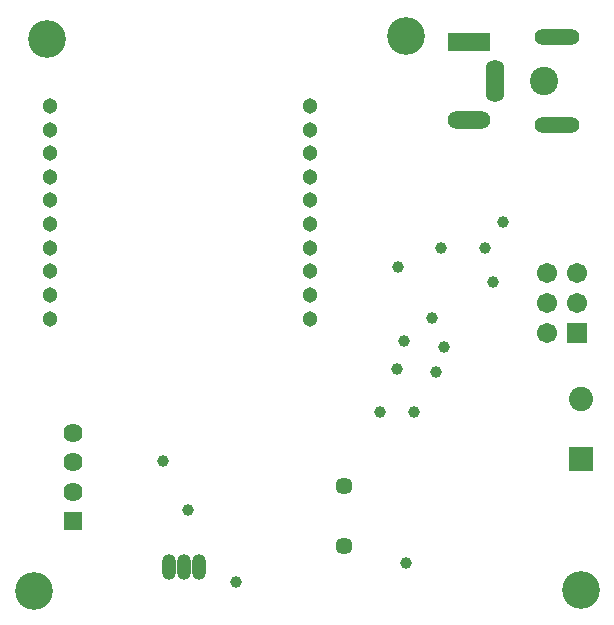
<source format=gbs>
G04*
G04 #@! TF.GenerationSoftware,Altium Limited,Altium Designer,20.2.3 (150)*
G04*
G04 Layer_Color=16711935*
%FSLAX25Y25*%
%MOIN*%
G70*
G04*
G04 #@! TF.SameCoordinates,87A16382-0B38-46A0-9FAD-2025A4CCFA0B*
G04*
G04*
G04 #@! TF.FilePolarity,Negative*
G04*
G01*
G75*
%ADD30R,0.06706X0.06706*%
%ADD36C,0.06375*%
%ADD37R,0.06375X0.06375*%
%ADD38C,0.12611*%
%ADD39R,0.14173X0.06299*%
G04:AMPARAMS|DCode=40|XSize=62.99mil|YSize=141.73mil|CornerRadius=31.5mil|HoleSize=0mil|Usage=FLASHONLY|Rotation=270.000|XOffset=0mil|YOffset=0mil|HoleType=Round|Shape=RoundedRectangle|*
%AMROUNDEDRECTD40*
21,1,0.06299,0.07874,0,0,270.0*
21,1,0.00000,0.14173,0,0,270.0*
1,1,0.06299,-0.03937,0.00000*
1,1,0.06299,-0.03937,0.00000*
1,1,0.06299,0.03937,0.00000*
1,1,0.06299,0.03937,0.00000*
%
%ADD40ROUNDEDRECTD40*%
G04:AMPARAMS|DCode=41|XSize=141.73mil|YSize=62.99mil|CornerRadius=31.5mil|HoleSize=0mil|Usage=FLASHONLY|Rotation=270.000|XOffset=0mil|YOffset=0mil|HoleType=Round|Shape=RoundedRectangle|*
%AMROUNDEDRECTD41*
21,1,0.14173,0.00000,0,0,270.0*
21,1,0.07874,0.06299,0,0,270.0*
1,1,0.06299,0.00000,-0.03937*
1,1,0.06299,0.00000,0.03937*
1,1,0.06299,0.00000,0.03937*
1,1,0.06299,0.00000,-0.03937*
%
%ADD41ROUNDEDRECTD41*%
%ADD42C,0.09449*%
G04:AMPARAMS|DCode=43|XSize=55.12mil|YSize=149.61mil|CornerRadius=27.56mil|HoleSize=0mil|Usage=FLASHONLY|Rotation=270.000|XOffset=0mil|YOffset=0mil|HoleType=Round|Shape=RoundedRectangle|*
%AMROUNDEDRECTD43*
21,1,0.05512,0.09449,0,0,270.0*
21,1,0.00000,0.14961,0,0,270.0*
1,1,0.05512,-0.04724,0.00000*
1,1,0.05512,-0.04724,0.00000*
1,1,0.05512,0.04724,0.00000*
1,1,0.05512,0.04724,0.00000*
%
%ADD43ROUNDEDRECTD43*%
%ADD44C,0.05131*%
%ADD45O,0.04737X0.08674*%
%ADD46O,0.04737X0.08674*%
%ADD47R,0.08083X0.08083*%
%ADD48C,0.08083*%
%ADD49C,0.06706*%
%ADD50C,0.05721*%
%ADD51C,0.03950*%
D30*
X188000Y93000D02*
D03*
D36*
X20000Y59843D02*
D03*
Y50000D02*
D03*
Y40158D02*
D03*
D37*
Y30315D02*
D03*
D38*
X131000Y192000D02*
D03*
X189500Y7500D02*
D03*
X7000Y7000D02*
D03*
X11500Y191000D02*
D03*
D39*
X152197Y189992D02*
D03*
D40*
Y164008D02*
D03*
D41*
X160858Y177000D02*
D03*
D42*
X177000D02*
D03*
D43*
X181331Y191567D02*
D03*
Y162433D02*
D03*
D44*
X12386Y168744D02*
D03*
Y160870D02*
D03*
Y152996D02*
D03*
Y145122D02*
D03*
Y137248D02*
D03*
Y129374D02*
D03*
Y121500D02*
D03*
Y113626D02*
D03*
Y105752D02*
D03*
Y97878D02*
D03*
X99000D02*
D03*
Y105752D02*
D03*
Y113626D02*
D03*
Y121500D02*
D03*
Y129374D02*
D03*
Y137248D02*
D03*
Y145122D02*
D03*
Y152996D02*
D03*
Y160870D02*
D03*
Y168744D02*
D03*
D45*
X62000Y15000D02*
D03*
X52000D02*
D03*
D46*
X57000D02*
D03*
D47*
X189500Y51000D02*
D03*
D48*
Y71000D02*
D03*
D49*
X178000Y93000D02*
D03*
X188000Y103000D02*
D03*
X178000D02*
D03*
X188000Y113000D02*
D03*
X178000D02*
D03*
D50*
X110500Y22000D02*
D03*
Y42000D02*
D03*
D51*
X130575Y90500D02*
D03*
X50000Y50500D02*
D03*
X58575Y34000D02*
D03*
X143800Y88400D02*
D03*
X74547Y9935D02*
D03*
X128200Y81100D02*
D03*
X139800Y97900D02*
D03*
X131247Y16494D02*
D03*
X157400Y121500D02*
D03*
X122400Y66700D02*
D03*
X133800D02*
D03*
X160000Y110000D02*
D03*
X163500Y130200D02*
D03*
X142900Y121424D02*
D03*
X128600Y115200D02*
D03*
X141200Y80000D02*
D03*
M02*

</source>
